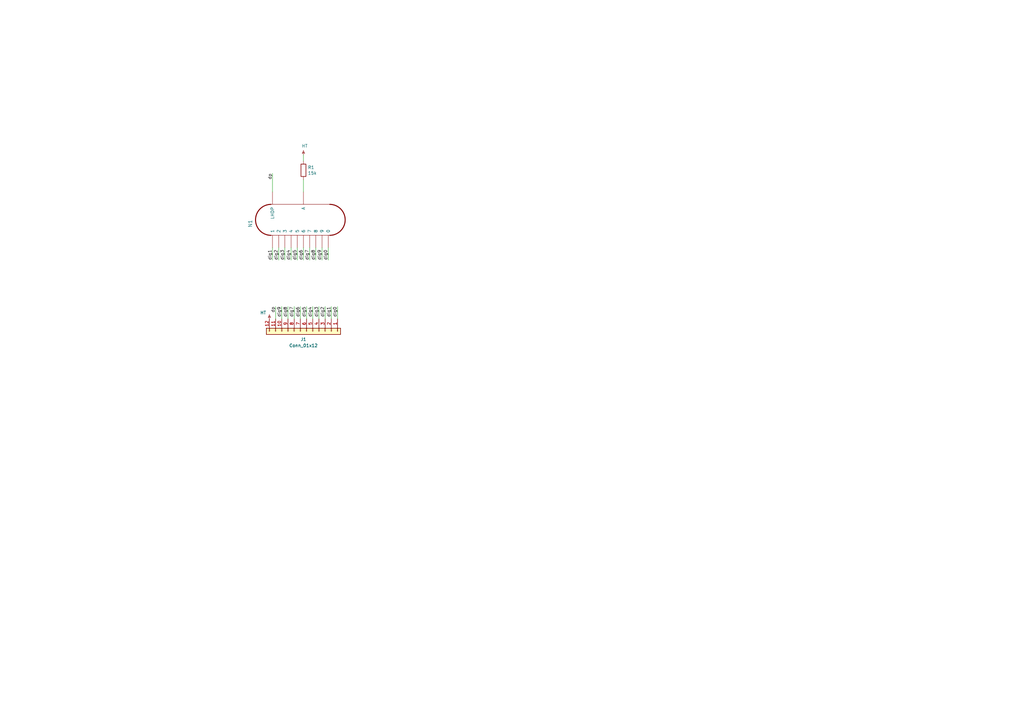
<source format=kicad_sch>
(kicad_sch (version 20211123) (generator eeschema)
  (paper "A3")
  (lib_symbols
    (symbol "Connector_Generic:Conn_01x12" (pin_names (offset 1.016) hide)
      (property "Reference" "J" (at 0 15.24 0))
      (property "Value" "Conn_01x12" (at 0 -17.78 0))
      (symbol "Conn_01x12_1_1"
        (rectangle (start -1.27 -15.113) (end 0 -15.367) (stroke (width 0.1524)))
        (rectangle (start -1.27 -12.573) (end 0 -12.827) (stroke (width 0.1524)))
        (rectangle (start -1.27 -10.033) (end 0 -10.287) (stroke (width 0.1524)))
        (rectangle (start -1.27 -7.493) (end 0 -7.747) (stroke (width 0.1524)))
        (rectangle (start -1.27 -4.953) (end 0 -5.207) (stroke (width 0.1524)))
        (rectangle (start -1.27 -2.413) (end 0 -2.667) (stroke (width 0.1524)))
        (rectangle (start -1.27 0.127) (end 0 -0.127) (stroke (width 0.1524)))
        (rectangle (start -1.27 2.667) (end 0 2.413) (stroke (width 0.1524)))
        (rectangle (start -1.27 5.207) (end 0 4.953) (stroke (width 0.1524)))
        (rectangle (start -1.27 7.747) (end 0 7.493) (stroke (width 0.1524)))
        (rectangle (start -1.27 10.287) (end 0 10.033) (stroke (width 0.1524)))
        (rectangle (start -1.27 12.827) (end 0 12.573) (stroke (width 0.1524)))
        (rectangle (start -1.27 13.97) (end 1.27 -16.51) (stroke (width 0.254)) (fill (type background)))
        (pin passive line (at -5.08 12.7 0) (length 3.81) (name "Pin_1") (number "1"))
        (pin passive line (at -5.08 -10.16 0) (length 3.81) (name "Pin_10") (number "10"))
        (pin passive line (at -5.08 -12.7 0) (length 3.81) (name "Pin_11") (number "11"))
        (pin passive line (at -5.08 -15.24 0) (length 3.81) (name "Pin_12") (number "12"))
        (pin passive line (at -5.08 10.16 0) (length 3.81) (name "Pin_2") (number "2"))
        (pin passive line (at -5.08 7.62 0) (length 3.81) (name "Pin_3") (number "3"))
        (pin passive line (at -5.08 5.08 0) (length 3.81) (name "Pin_4") (number "4"))
        (pin passive line (at -5.08 2.54 0) (length 3.81) (name "Pin_5") (number "5"))
        (pin passive line (at -5.08 0 0) (length 3.81) (name "Pin_6") (number "6"))
        (pin passive line (at -5.08 -2.54 0) (length 3.81) (name "Pin_7") (number "7"))
        (pin passive line (at -5.08 -5.08 0) (length 3.81) (name "Pin_8") (number "8"))
        (pin passive line (at -5.08 -7.62 0) (length 3.81) (name "Pin_9") (number "9"))
      )
    )
    (symbol "Device:R" (pin_numbers hide) (pin_names (offset 0))
      (property "Reference" "R" (at 2.032 0 90))
      (property "Value" "R" (at 0 0 90))
      (symbol "R_0_1"
        (rectangle (start -1.016 -2.54) (end 1.016 2.54) (stroke (width 0.254)))
      )
      (symbol "R_1_1"
        (pin passive line (at 0 3.81 270) (length 1.27) (name "~") (number "1"))
        (pin passive line (at 0 -3.81 90) (length 1.27) (name "~") (number "2"))
      )
    )
    (symbol "in12b_charlyplexing-eagle-import:IN-12B" (pin_names (offset 1.016))
      (property "Reference" "N" (at -4.445 20.955 0))
      (symbol "IN-12B_1_0"
        (arc (start -7.62 -10.795) (mid -1.27 -17.145) (end 5.08 -10.795) (stroke (width 0.4064)))
        (polyline (pts (xy -7.62 -10.795) (xy -7.62 13.335)))
        (polyline (pts (xy 5.08 -10.795) (xy 5.08 13.335)))
        (arc (start 5.08 13.335) (mid -1.27 19.685) (end -7.62 13.335) (stroke (width 0.4064)))
        (pin unspecified line (at -12.7 -10.16 0) (length 5.08) (name "0") (number "0"))
        (pin unspecified line (at -12.7 12.7 0) (length 5.08) (name "1") (number "1"))
        (pin unspecified line (at -12.7 10.16 0) (length 5.08) (name "2") (number "2"))
        (pin unspecified line (at -12.7 7.62 0) (length 5.08) (name "3") (number "3"))
        (pin unspecified line (at -12.7 5.08 0) (length 5.08) (name "4") (number "4"))
        (pin unspecified line (at -12.7 2.54 0) (length 5.08) (name "5") (number "5"))
        (pin unspecified line (at -12.7 0 0) (length 5.08) (name "6") (number "6"))
        (pin unspecified line (at -12.7 -2.54 0) (length 5.08) (name "7") (number "7"))
        (pin unspecified line (at -12.7 -5.08 0) (length 5.08) (name "8") (number "8"))
        (pin unspecified line (at -12.7 -7.62 0) (length 5.08) (name "9") (number "9"))
        (pin unspecified line (at 10.16 0 180) (length 5.08) (name "A") (number "A"))
        (pin unspecified line (at 10.16 12.7 180) (length 5.08) (name "LHDP") (number "LHDP"))
      )
    )
    (symbol "power:HT" (power) (pin_names (offset 0))
      (property "Value" "HT" (at 0 2.286 0))
      (symbol "HT_0_0"
        (pin power_in line (at 0 0 90) (length 0) hide (name "HT") (number "1"))
      )
      (symbol "HT_0_1"
        (polyline (pts (xy 0 0) (xy 0 1.016) (xy 0 1.016)))
        (polyline (pts (xy 0 1.016) (xy 0.508 0.508) (xy 0 1.778) (xy -0.508 0.508) (xy 0 1.016) (xy 0 1.016)))
      )
    )
  )
  (wire (pts (xy 124.46 63.5) (xy 124.46 66.04)))
  (wire (pts (xy 127 101.6) (xy 127 106.68)))
  (wire (pts (xy 132.08 101.6) (xy 132.08 106.68)))
  (wire (pts (xy 113.03 130.81) (xy 113.03 125.73)))
  (wire (pts (xy 116.84 101.6) (xy 116.84 106.68)))
  (wire (pts (xy 138.43 130.81) (xy 138.43 125.73)))
  (wire (pts (xy 111.76 78.74) (xy 111.76 71.12)))
  (wire (pts (xy 130.81 130.81) (xy 130.81 125.73)))
  (wire (pts (xy 135.89 130.81) (xy 135.89 125.73)))
  (wire (pts (xy 121.92 101.6) (xy 121.92 106.68)))
  (wire (pts (xy 134.62 101.6) (xy 134.62 106.68)))
  (wire (pts (xy 123.19 130.81) (xy 123.19 125.73)))
  (wire (pts (xy 115.57 130.81) (xy 115.57 125.73)))
  (wire (pts (xy 129.54 101.6) (xy 129.54 106.68)))
  (wire (pts (xy 125.73 130.81) (xy 125.73 125.73)))
  (wire (pts (xy 120.65 130.81) (xy 120.65 125.73)))
  (wire (pts (xy 124.46 101.6) (xy 124.46 106.68)))
  (wire (pts (xy 118.11 130.81) (xy 118.11 125.73)))
  (wire (pts (xy 119.38 101.6) (xy 119.38 106.68)))
  (wire (pts (xy 111.76 101.6) (xy 111.76 106.68)))
  (wire (pts (xy 114.3 101.6) (xy 114.3 106.68)))
  (wire (pts (xy 133.35 130.81) (xy 133.35 125.73)))
  (wire (pts (xy 128.27 130.81) (xy 128.27 125.73)))
  (wire (pts (xy 124.46 73.66) (xy 124.46 78.74)))
  (label "dig8" (at 129.54 106.68 90))
  (label "dig1" (at 111.76 106.68 90))
  (label "dig5" (at 121.92 106.68 90))
  (label "dig9" (at 132.08 106.68 90))
  (label "dig6" (at 123.19 125.73 270))
  (label "dp" (at 111.76 71.12 270))
  (label "dig4" (at 119.38 106.68 90))
  (label "dig0" (at 138.43 125.73 270))
  (label "dig6" (at 124.46 106.68 90))
  (label "dig7" (at 120.65 125.73 270))
  (label "dig3" (at 116.84 106.68 90))
  (label "dig2" (at 114.3 106.68 90))
  (label "dig7" (at 127 106.68 90))
  (label "dig5" (at 125.73 125.73 270))
  (label "dig3" (at 130.81 125.73 270))
  (label "dig0" (at 134.62 106.68 90))
  (label "dig1" (at 135.89 125.73 270))
  (label "dig8" (at 118.11 125.73 270))
  (label "dig2" (at 133.35 125.73 270))
  (label "dig9" (at 115.57 125.73 270))
  (label "dig4" (at 128.27 125.73 270))
  (label "dp" (at 113.03 125.73 270))
  (symbol (lib_id "power:HT") (at 110.49 130.81 0) (unit 1)
    (property "Reference" "#PWR0102" (effects hide))
    (property "Value" "HT" (at 107.95 128.27 0))
  )
  (symbol (lib_id "Connector_Generic:Conn_01x12") (at 125.73 135.89 270) (unit 1)
    (property "Reference" "J1" (at 124.46 139.1904 90))
    (property "Value" "Conn_01x12" (at 124.46 141.7273 90))
    (property "Footprint" "Connector_PinHeader_2.54mm:PinHeader_1x12_P2.54mm_Horizontal" (effects hide))
  )
  (symbol (lib_id "in12b_charlyplexing-eagle-import:IN-12B") (at 124.46 88.9 90) (unit 1)
    (property "Reference" "N1" (at 103.505 93.345 0) (effects (font (size 1.4986 1.4986)) (justify left bottom)))
    (property "Value" "IN-12B" (effects hide))
    (property "Footprint" "project_footprints:IN-12" (effects hide))
  )
  (symbol (lib_id "Device:R") (at 124.46 69.85 0) (unit 1)
    (property "Reference" "R1" (at 126.238 68.6816 0) (effects (justify left)))
    (property "Value" "15k" (at 126.238 70.993 0) (effects (justify left)))
    (property "Footprint" "Resistor_THT:R_Axial_DIN0207_L6.3mm_D2.5mm_P10.16mm_Horizontal" (effects hide))
  )
  (symbol (lib_id "power:HT") (at 124.46 63.5 0) (unit 1)
    (property "Reference" "#PWR0101" (effects hide))
    (property "Value" "HT" (at 124.968 59.8678 0))
  )
)
</source>
